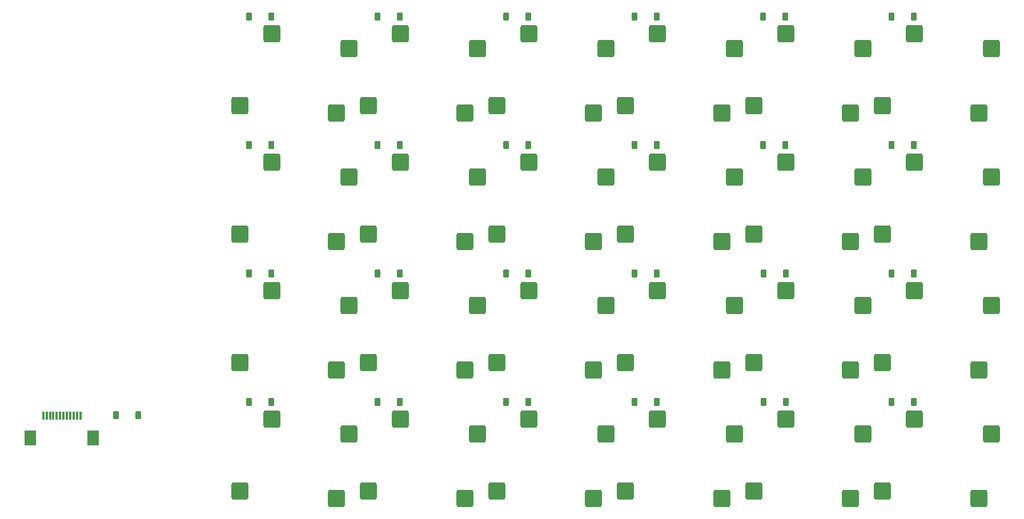
<source format=gbr>
%TF.GenerationSoftware,KiCad,Pcbnew,7.0.5*%
%TF.CreationDate,2024-08-02T10:00:01+08:00*%
%TF.ProjectId,TPS,5450532e-6b69-4636-9164-5f7063625858,rev?*%
%TF.SameCoordinates,Original*%
%TF.FileFunction,Paste,Bot*%
%TF.FilePolarity,Positive*%
%FSLAX46Y46*%
G04 Gerber Fmt 4.6, Leading zero omitted, Abs format (unit mm)*
G04 Created by KiCad (PCBNEW 7.0.5) date 2024-08-02 10:00:01*
%MOMM*%
%LPD*%
G01*
G04 APERTURE LIST*
G04 Aperture macros list*
%AMRoundRect*
0 Rectangle with rounded corners*
0 $1 Rounding radius*
0 $2 $3 $4 $5 $6 $7 $8 $9 X,Y pos of 4 corners*
0 Add a 4 corners polygon primitive as box body*
4,1,4,$2,$3,$4,$5,$6,$7,$8,$9,$2,$3,0*
0 Add four circle primitives for the rounded corners*
1,1,$1+$1,$2,$3*
1,1,$1+$1,$4,$5*
1,1,$1+$1,$6,$7*
1,1,$1+$1,$8,$9*
0 Add four rect primitives between the rounded corners*
20,1,$1+$1,$2,$3,$4,$5,0*
20,1,$1+$1,$4,$5,$6,$7,0*
20,1,$1+$1,$6,$7,$8,$9,0*
20,1,$1+$1,$8,$9,$2,$3,0*%
G04 Aperture macros list end*
%ADD10RoundRect,0.250000X-1.000000X-1.000000X1.000000X-1.000000X1.000000X1.000000X-1.000000X1.000000X0*%
%ADD11RoundRect,0.225000X-0.225000X-0.375000X0.225000X-0.375000X0.225000X0.375000X-0.225000X0.375000X0*%
%ADD12R,1.800000X2.200000*%
%ADD13R,0.300000X1.300000*%
G04 APERTURE END LIST*
D10*
%TO.C,SW16*%
X161075000Y-101425000D03*
X162900000Y-91875000D03*
X146760000Y-100375000D03*
X151500000Y-89675000D03*
%TD*%
%TO.C,SW3*%
X103925000Y-82375000D03*
X105750000Y-72825000D03*
X89610000Y-81325000D03*
X94350000Y-70625000D03*
%TD*%
%TO.C,SW4*%
X103925000Y-101425000D03*
X105750000Y-91875000D03*
X89610000Y-100375000D03*
X94350000Y-89675000D03*
%TD*%
%TO.C,SW1*%
X103925000Y-44275000D03*
X105750000Y-34725000D03*
X89610000Y-43225000D03*
X94350000Y-32525000D03*
%TD*%
%TO.C,SW7*%
X122975000Y-82375000D03*
X124800000Y-72825000D03*
X108660000Y-81325000D03*
X113400000Y-70625000D03*
%TD*%
%TO.C,SW9*%
X142025000Y-44275000D03*
X143850000Y-34725000D03*
X127710000Y-43225000D03*
X132450000Y-32525000D03*
%TD*%
%TO.C,SW17*%
X180125000Y-44275000D03*
X181950000Y-34725000D03*
X165810000Y-43225000D03*
X170550000Y-32525000D03*
%TD*%
%TO.C,SW22*%
X199175000Y-63325000D03*
X201000000Y-53775000D03*
X184860000Y-62275000D03*
X189600000Y-51575000D03*
%TD*%
%TO.C,SW21*%
X199175000Y-44275000D03*
X201000000Y-34725000D03*
X184860000Y-43225000D03*
X189600000Y-32525000D03*
%TD*%
%TO.C,SW23*%
X199175000Y-82375000D03*
X201000000Y-72825000D03*
X184860000Y-81325000D03*
X189600000Y-70625000D03*
%TD*%
%TO.C,SW18*%
X180125000Y-63325000D03*
X181950000Y-53775000D03*
X165810000Y-62275000D03*
X170550000Y-51575000D03*
%TD*%
%TO.C,SW13*%
X161075000Y-44275000D03*
X162900000Y-34725000D03*
X146760000Y-43225000D03*
X151500000Y-32525000D03*
%TD*%
%TO.C,SW12*%
X142025000Y-101425000D03*
X143850000Y-91875000D03*
X127710000Y-100375000D03*
X132450000Y-89675000D03*
%TD*%
%TO.C,SW14*%
X161075000Y-63325000D03*
X162900000Y-53775000D03*
X146760000Y-62275000D03*
X151500000Y-51575000D03*
%TD*%
%TO.C,SW5*%
X122975000Y-44275000D03*
X124800000Y-34725000D03*
X108660000Y-43225000D03*
X113400000Y-32525000D03*
%TD*%
%TO.C,SW11*%
X142025000Y-82375000D03*
X143850000Y-72825000D03*
X127710000Y-81325000D03*
X132450000Y-70625000D03*
%TD*%
%TO.C,SW20*%
X180125000Y-101425000D03*
X181950000Y-91875000D03*
X165810000Y-100375000D03*
X170550000Y-89675000D03*
%TD*%
%TO.C,SW15*%
X161075000Y-82375000D03*
X162900000Y-72825000D03*
X146760000Y-81325000D03*
X151500000Y-70625000D03*
%TD*%
%TO.C,SW10*%
X142025000Y-63325000D03*
X143850000Y-53775000D03*
X127710000Y-62275000D03*
X132450000Y-51575000D03*
%TD*%
%TO.C,SW6*%
X122975000Y-63325000D03*
X124800000Y-53775000D03*
X108660000Y-62275000D03*
X113400000Y-51575000D03*
%TD*%
%TO.C,SW2*%
X103925000Y-63325000D03*
X105750000Y-53775000D03*
X89610000Y-62275000D03*
X94350000Y-51575000D03*
%TD*%
%TO.C,SW24*%
X199175000Y-101425000D03*
X201000000Y-91875000D03*
X184860000Y-100375000D03*
X189600000Y-89675000D03*
%TD*%
%TO.C,SW8*%
X122975000Y-101425000D03*
X124800000Y-91875000D03*
X108660000Y-100375000D03*
X113400000Y-89675000D03*
%TD*%
%TO.C,SW19*%
X180125000Y-82375000D03*
X181950000Y-72825000D03*
X165810000Y-81325000D03*
X170550000Y-70625000D03*
%TD*%
D11*
%TO.C,D13*%
X151400000Y-30000000D03*
X148100000Y-30000000D03*
%TD*%
%TO.C,D20*%
X170580000Y-87150000D03*
X167280000Y-87150000D03*
%TD*%
%TO.C,D1*%
X94250000Y-30000000D03*
X90950000Y-30000000D03*
%TD*%
%TO.C,D18*%
X170450000Y-49050000D03*
X167150000Y-49050000D03*
%TD*%
%TO.C,D22*%
X189500000Y-49050000D03*
X186200000Y-49050000D03*
%TD*%
%TO.C,D6*%
X113300000Y-49050000D03*
X110000000Y-49050000D03*
%TD*%
%TO.C,D2*%
X94250000Y-49050000D03*
X90950000Y-49050000D03*
%TD*%
%TO.C,D7*%
X113300000Y-68100000D03*
X110000000Y-68100000D03*
%TD*%
%TO.C,D19*%
X170580000Y-68100000D03*
X167280000Y-68100000D03*
%TD*%
%TO.C,D12*%
X132350000Y-87150000D03*
X129050000Y-87150000D03*
%TD*%
%TO.C,D25*%
X74571000Y-89075000D03*
X71271000Y-89075000D03*
%TD*%
%TO.C,D4*%
X94250000Y-87150000D03*
X90950000Y-87150000D03*
%TD*%
%TO.C,D14*%
X151400000Y-49050000D03*
X148100000Y-49050000D03*
%TD*%
%TO.C,D11*%
X132350000Y-68100000D03*
X129050000Y-68100000D03*
%TD*%
%TO.C,D10*%
X132350000Y-49050000D03*
X129050000Y-49050000D03*
%TD*%
%TO.C,D16*%
X151400000Y-87150000D03*
X148100000Y-87150000D03*
%TD*%
%TO.C,D17*%
X170450000Y-30000000D03*
X167150000Y-30000000D03*
%TD*%
%TO.C,D3*%
X94250000Y-68100000D03*
X90950000Y-68100000D03*
%TD*%
%TO.C,D15*%
X151400000Y-68100000D03*
X148100000Y-68100000D03*
%TD*%
%TO.C,D8*%
X113300000Y-87150000D03*
X110000000Y-87150000D03*
%TD*%
%TO.C,D9*%
X132350000Y-30000000D03*
X129050000Y-30000000D03*
%TD*%
%TO.C,D24*%
X189500000Y-87150000D03*
X186200000Y-87150000D03*
%TD*%
%TO.C,D21*%
X189500000Y-30000000D03*
X186200000Y-30000000D03*
%TD*%
%TO.C,D5*%
X113300000Y-30000000D03*
X110000000Y-30000000D03*
%TD*%
%TO.C,D23*%
X189500000Y-68100000D03*
X186200000Y-68100000D03*
%TD*%
D12*
%TO.C,J3*%
X67868000Y-92443000D03*
X58568000Y-92443000D03*
D13*
X65968000Y-89193000D03*
X65468000Y-89193000D03*
X64968000Y-89193000D03*
X64468000Y-89193000D03*
X63968000Y-89193000D03*
X63468000Y-89193000D03*
X62968000Y-89193000D03*
X62468000Y-89193000D03*
X61968000Y-89193000D03*
X61468000Y-89193000D03*
X60968000Y-89193000D03*
X60468000Y-89193000D03*
%TD*%
M02*

</source>
